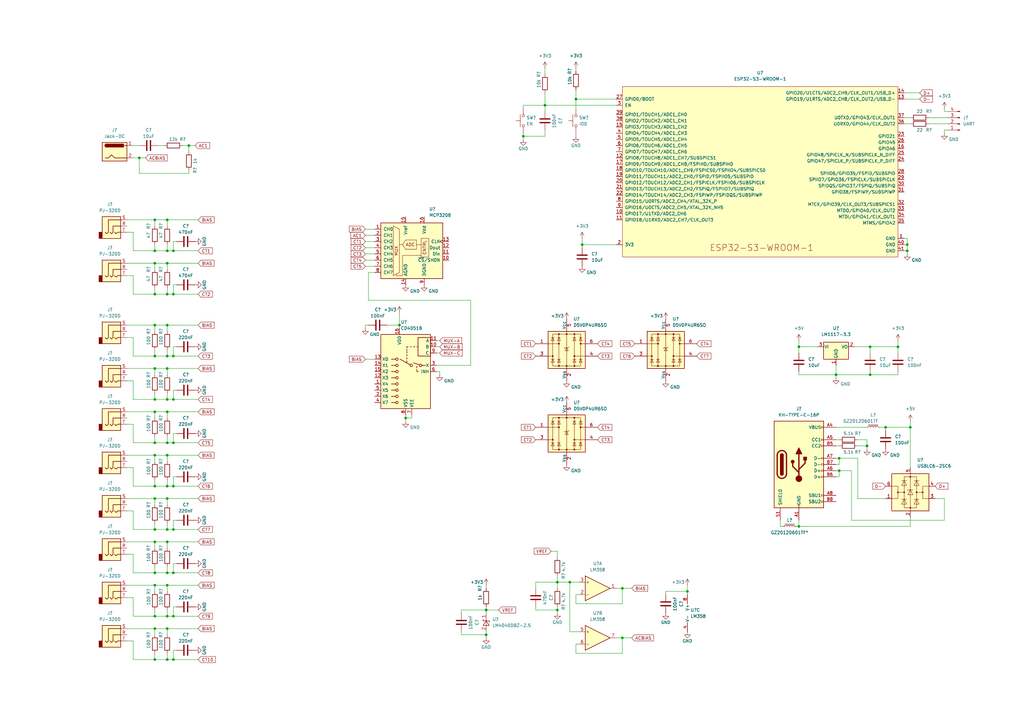
<source format=kicad_sch>
(kicad_sch (version 20211123) (generator eeschema)
  (paper "A3")
  (junction (at 344.17 193.04))
  (junction (at 255.27 241.3))
  (junction (at 68.58 234.95))
  (junction (at 68.58 222.25))
  (junction (at 63.5 186.69))
  (junction (at 63.5 217.17))
  (junction (at 63.5 181.61))
  (junction (at 163.83 133.35))
  (junction (at 63.5 270.51))
  (junction (at 236.22 40.64))
  (junction (at 214.63 55.88))
  (junction (at 327.66 215.9))
  (junction (at 68.58 199.39))
  (junction (at 327.66 142.24))
  (junction (at 372.11 102.87))
  (junction (at 71.12 217.17))
  (junction (at 233.68 238.76))
  (junction (at 63.5 151.13))
  (junction (at 373.38 175.26))
  (junction (at 68.58 240.03))
  (junction (at 68.58 181.61))
  (junction (at 68.58 186.69))
  (junction (at 71.12 163.83))
  (junction (at 342.9 153.67))
  (junction (at 166.37 171.45))
  (junction (at 199.39 250.19))
  (junction (at 223.52 43.18))
  (junction (at 71.12 270.51))
  (junction (at 63.5 163.83))
  (junction (at 68.58 151.13))
  (junction (at 344.17 187.96))
  (junction (at 363.22 175.26))
  (junction (at 68.58 217.17))
  (junction (at 63.5 90.17))
  (junction (at 63.5 146.05))
  (junction (at 68.58 107.95))
  (junction (at 199.39 260.35))
  (junction (at 63.5 222.25))
  (junction (at 71.12 199.39))
  (junction (at 63.5 252.73))
  (junction (at 63.5 133.35))
  (junction (at 68.58 204.47))
  (junction (at 63.5 204.47))
  (junction (at 77.47 59.69))
  (junction (at 356.87 142.24))
  (junction (at 63.5 199.39))
  (junction (at 71.12 146.05))
  (junction (at 68.58 270.51))
  (junction (at 71.12 181.61))
  (junction (at 68.58 120.65))
  (junction (at 71.12 252.73))
  (junction (at 68.58 252.73))
  (junction (at 281.94 242.57))
  (junction (at 372.11 100.33))
  (junction (at 68.58 163.83))
  (junction (at 368.3 142.24))
  (junction (at 68.58 102.87))
  (junction (at 63.5 102.87))
  (junction (at 63.5 257.81))
  (junction (at 228.6 250.19))
  (junction (at 355.6 182.88))
  (junction (at 68.58 257.81))
  (junction (at 68.58 133.35))
  (junction (at 356.87 153.67))
  (junction (at 68.58 90.17))
  (junction (at 68.58 168.91))
  (junction (at 71.12 234.95))
  (junction (at 63.5 240.03))
  (junction (at 57.15 64.77))
  (junction (at 68.58 146.05))
  (junction (at 228.6 238.76))
  (junction (at 71.12 120.65))
  (junction (at 255.27 261.62))
  (junction (at 63.5 107.95))
  (junction (at 63.5 234.95))
  (junction (at 63.5 168.91))
  (junction (at 71.12 102.87))
  (junction (at 238.76 100.33))
  (junction (at 63.5 120.65))
  (wire (pts (xy 238.76 100.33) (xy 252.73 100.33)))
  (wire (pts (xy 237.49 238.76) (xy 233.68 238.76)))
  (wire (pts (xy 52.07 113.03) (xy 54.61 113.03)))
  (wire (pts (xy 52.07 262.89) (xy 54.61 262.89)))
  (wire (pts (xy 166.37 171.45) (xy 168.91 171.45)))
  (wire (pts (xy 63.5 118.11) (xy 63.5 120.65)))
  (wire (pts (xy 68.58 252.73) (xy 71.12 252.73)))
  (wire (pts (xy 54.61 138.43) (xy 54.61 146.05)))
  (wire (pts (xy 72.39 142.24) (xy 71.12 142.24)))
  (wire (pts (xy 228.6 226.06) (xy 228.6 228.6)))
  (wire (pts (xy 236.22 40.64) (xy 236.22 44.45)))
  (wire (pts (xy 255.27 261.62) (xy 259.08 261.62)))
  (wire (pts (xy 236.22 36.83) (xy 236.22 40.64)))
  (wire (pts (xy 54.61 181.61) (xy 63.5 181.61)))
  (wire (pts (xy 52.07 186.69) (xy 63.5 186.69)))
  (wire (pts (xy 281.94 242.57) (xy 281.94 243.84)))
  (wire (pts (xy 54.61 102.87) (xy 63.5 102.87)))
  (wire (pts (xy 72.39 195.58) (xy 71.12 195.58)))
  (wire (pts (xy 158.75 133.35) (xy 163.83 133.35)))
  (wire (pts (xy 68.58 146.05) (xy 71.12 146.05)))
  (wire (pts (xy 335.28 142.24) (xy 327.66 142.24)))
  (wire (pts (xy 68.58 120.65) (xy 68.58 118.11)))
  (wire (pts (xy 151.13 111.76) (xy 151.13 123.19)))
  (wire (pts (xy 63.5 270.51) (xy 68.58 270.51)))
  (wire (pts (xy 68.58 146.05) (xy 68.58 143.51)))
  (wire (pts (xy 370.84 100.33) (xy 372.11 100.33)))
  (wire (pts (xy 342.9 182.88) (xy 344.17 182.88)))
  (wire (pts (xy 63.5 252.73) (xy 68.58 252.73)))
  (wire (pts (xy 189.23 260.35) (xy 199.39 260.35)))
  (wire (pts (xy 54.61 156.21) (xy 54.61 163.83)))
  (wire (pts (xy 351.79 204.47) (xy 363.22 204.47)))
  (wire (pts (xy 72.39 116.84) (xy 71.12 116.84)))
  (wire (pts (xy 68.58 163.83) (xy 68.58 161.29)))
  (wire (pts (xy 63.5 151.13) (xy 68.58 151.13)))
  (wire (pts (xy 63.5 161.29) (xy 63.5 163.83)))
  (wire (pts (xy 77.47 71.12) (xy 57.15 71.12)))
  (wire (pts (xy 149.86 96.52) (xy 153.67 96.52)))
  (wire (pts (xy 63.5 107.95) (xy 68.58 107.95)))
  (wire (pts (xy 219.71 250.19) (xy 228.6 250.19)))
  (wire (pts (xy 237.49 264.16) (xy 236.22 264.16)))
  (wire (pts (xy 349.25 193.04) (xy 344.17 193.04)))
  (wire (pts (xy 151.13 123.19) (xy 193.04 123.19)))
  (wire (pts (xy 236.22 264.16) (xy 236.22 267.97)))
  (wire (pts (xy 71.12 102.87) (xy 81.28 102.87)))
  (wire (pts (xy 63.5 234.95) (xy 68.58 234.95)))
  (wire (pts (xy 68.58 204.47) (xy 68.58 207.01)))
  (wire (pts (xy 368.3 139.7) (xy 368.3 142.24)))
  (wire (pts (xy 199.39 261.62) (xy 199.39 260.35)))
  (wire (pts (xy 179.07 152.4) (xy 180.34 152.4)))
  (wire (pts (xy 179.07 142.24) (xy 180.34 142.24)))
  (wire (pts (xy 238.76 100.33) (xy 238.76 101.6)))
  (wire (pts (xy 72.39 266.7) (xy 71.12 266.7)))
  (wire (pts (xy 63.5 232.41) (xy 63.5 234.95)))
  (wire (pts (xy 54.61 199.39) (xy 63.5 199.39)))
  (wire (pts (xy 368.3 142.24) (xy 368.3 144.78)))
  (wire (pts (xy 199.39 240.03) (xy 199.39 241.3)))
  (wire (pts (xy 63.5 222.25) (xy 63.5 224.79)))
  (wire (pts (xy 373.38 215.9) (xy 373.38 212.09)))
  (wire (pts (xy 68.58 168.91) (xy 68.58 171.45)))
  (wire (pts (xy 236.22 40.64) (xy 252.73 40.64)))
  (wire (pts (xy 71.12 217.17) (xy 81.28 217.17)))
  (wire (pts (xy 68.58 102.87) (xy 68.58 100.33)))
  (wire (pts (xy 63.5 151.13) (xy 63.5 153.67)))
  (wire (pts (xy 63.5 102.87) (xy 68.58 102.87)))
  (wire (pts (xy 52.07 133.35) (xy 63.5 133.35)))
  (wire (pts (xy 54.61 191.77) (xy 54.61 199.39)))
  (wire (pts (xy 68.58 168.91) (xy 81.28 168.91)))
  (wire (pts (xy 68.58 181.61) (xy 68.58 179.07)))
  (wire (pts (xy 52.07 204.47) (xy 63.5 204.47)))
  (wire (pts (xy 342.9 180.34) (xy 344.17 180.34)))
  (wire (pts (xy 377.19 38.1) (xy 370.84 38.1)))
  (wire (pts (xy 52.07 107.95) (xy 63.5 107.95)))
  (wire (pts (xy 63.5 199.39) (xy 68.58 199.39)))
  (wire (pts (xy 151.13 133.35) (xy 149.86 133.35)))
  (wire (pts (xy 63.5 168.91) (xy 68.58 168.91)))
  (wire (pts (xy 236.22 27.94) (xy 236.22 29.21)))
  (wire (pts (xy 68.58 181.61) (xy 71.12 181.61)))
  (wire (pts (xy 68.58 252.73) (xy 68.58 250.19)))
  (wire (pts (xy 223.52 38.1) (xy 223.52 43.18)))
  (wire (pts (xy 149.86 99.06) (xy 153.67 99.06)))
  (wire (pts (xy 363.22 175.26) (xy 363.22 176.53)))
  (wire (pts (xy 370.84 102.87) (xy 372.11 102.87)))
  (wire (pts (xy 373.38 175.26) (xy 373.38 191.77)))
  (wire (pts (xy 71.12 181.61) (xy 81.28 181.61)))
  (wire (pts (xy 72.39 99.06) (xy 71.12 99.06)))
  (wire (pts (xy 72.39 231.14) (xy 71.12 231.14)))
  (wire (pts (xy 344.17 190.5) (xy 344.17 187.96)))
  (wire (pts (xy 63.5 267.97) (xy 63.5 270.51)))
  (wire (pts (xy 71.12 270.51) (xy 81.28 270.51)))
  (wire (pts (xy 327.66 215.9) (xy 373.38 215.9)))
  (wire (pts (xy 68.58 217.17) (xy 71.12 217.17)))
  (wire (pts (xy 163.83 133.35) (xy 163.83 134.62)))
  (wire (pts (xy 72.39 213.36) (xy 71.12 213.36)))
  (wire (pts (xy 373.38 48.26) (xy 370.84 48.26)))
  (wire (pts (xy 381 48.26) (xy 388.62 48.26)))
  (wire (pts (xy 54.61 173.99) (xy 54.61 181.61)))
  (wire (pts (xy 52.07 95.25) (xy 54.61 95.25)))
  (wire (pts (xy 68.58 90.17) (xy 81.28 90.17)))
  (wire (pts (xy 68.58 217.17) (xy 68.58 214.63)))
  (wire (pts (xy 149.86 133.35) (xy 149.86 134.62)))
  (wire (pts (xy 52.07 138.43) (xy 54.61 138.43)))
  (wire (pts (xy 342.9 153.67) (xy 356.87 153.67)))
  (wire (pts (xy 255.27 247.65) (xy 236.22 247.65)))
  (wire (pts (xy 255.27 241.3) (xy 255.27 247.65)))
  (wire (pts (xy 68.58 133.35) (xy 68.58 135.89)))
  (wire (pts (xy 68.58 270.51) (xy 68.58 267.97)))
  (wire (pts (xy 54.61 227.33) (xy 54.61 234.95)))
  (wire (pts (xy 228.6 238.76) (xy 228.6 236.22)))
  (wire (pts (xy 71.12 195.58) (xy 71.12 199.39)))
  (wire (pts (xy 72.39 177.8) (xy 71.12 177.8)))
  (wire (pts (xy 373.38 172.72) (xy 373.38 175.26)))
  (wire (pts (xy 214.63 55.88) (xy 214.63 54.61)))
  (wire (pts (xy 153.67 111.76) (xy 151.13 111.76)))
  (wire (pts (xy 149.86 147.32) (xy 153.67 147.32)))
  (wire (pts (xy 54.61 209.55) (xy 54.61 217.17)))
  (wire (pts (xy 63.5 90.17) (xy 68.58 90.17)))
  (wire (pts (xy 77.47 59.69) (xy 77.47 62.23)))
  (wire (pts (xy 63.5 217.17) (xy 68.58 217.17)))
  (wire (pts (xy 199.39 260.35) (xy 199.39 259.08)))
  (wire (pts (xy 236.22 243.84) (xy 237.49 243.84)))
  (wire (pts (xy 63.5 257.81) (xy 63.5 260.35)))
  (wire (pts (xy 52.07 222.25) (xy 63.5 222.25)))
  (wire (pts (xy 63.5 250.19) (xy 63.5 252.73)))
  (wire (pts (xy 273.05 242.57) (xy 281.94 242.57)))
  (wire (pts (xy 54.61 163.83) (xy 63.5 163.83)))
  (wire (pts (xy 228.6 250.19) (xy 228.6 248.92)))
  (wire (pts (xy 72.39 248.92) (xy 71.12 248.92)))
  (wire (pts (xy 342.9 187.96) (xy 344.17 187.96)))
  (wire (pts (xy 327.66 153.67) (xy 342.9 153.67)))
  (wire (pts (xy 372.11 100.33) (xy 372.11 102.87)))
  (wire (pts (xy 52.07 90.17) (xy 63.5 90.17)))
  (wire (pts (xy 168.91 170.18) (xy 168.91 171.45)))
  (wire (pts (xy 350.52 142.24) (xy 356.87 142.24)))
  (wire (pts (xy 71.12 142.24) (xy 71.12 146.05)))
  (wire (pts (xy 166.37 171.45) (xy 166.37 172.72)))
  (wire (pts (xy 68.58 90.17) (xy 68.58 92.71)))
  (wire (pts (xy 370.84 97.79) (xy 372.11 97.79)))
  (wire (pts (xy 54.61 113.03) (xy 54.61 120.65)))
  (wire (pts (xy 327.66 142.24) (xy 327.66 144.78)))
  (wire (pts (xy 342.9 153.67) (xy 342.9 149.86)))
  (wire (pts (xy 52.07 209.55) (xy 54.61 209.55)))
  (wire (pts (xy 252.73 261.62) (xy 255.27 261.62)))
  (wire (pts (xy 63.5 133.35) (xy 63.5 135.89)))
  (wire (pts (xy 68.58 186.69) (xy 68.58 189.23)))
  (wire (pts (xy 63.5 204.47) (xy 68.58 204.47)))
  (wire (pts (xy 236.22 55.88) (xy 236.22 54.61)))
  (wire (pts (xy 54.61 234.95) (xy 63.5 234.95)))
  (wire (pts (xy 237.49 259.08) (xy 233.68 259.08)))
  (wire (pts (xy 68.58 234.95) (xy 71.12 234.95)))
  (wire (pts (xy 71.12 177.8) (xy 71.12 181.61)))
  (wire (pts (xy 68.58 133.35) (xy 81.28 133.35)))
  (wire (pts (xy 63.5 100.33) (xy 63.5 102.87)))
  (wire (pts (xy 52.07 240.03) (xy 63.5 240.03)))
  (wire (pts (xy 77.47 69.85) (xy 77.47 71.12)))
  (wire (pts (xy 189.23 251.46) (xy 189.23 250.19)))
  (wire (pts (xy 255.27 267.97) (xy 255.27 261.62)))
  (wire (pts (xy 57.15 64.77) (xy 54.61 64.77)))
  (wire (pts (xy 68.58 199.39) (xy 68.58 196.85)))
  (wire (pts (xy 326.39 215.9) (xy 327.66 215.9)))
  (wire (pts (xy 238.76 100.33) (xy 238.76 97.79)))
  (wire (pts (xy 59.69 64.77) (xy 57.15 64.77)))
  (wire (pts (xy 219.71 248.92) (xy 219.71 250.19)))
  (wire (pts (xy 320.04 213.36) (xy 320.04 215.9)))
  (wire (pts (xy 68.58 234.95) (xy 68.58 232.41)))
  (wire (pts (xy 63.5 186.69) (xy 63.5 189.23)))
  (wire (pts (xy 54.61 146.05) (xy 63.5 146.05)))
  (wire (pts (xy 68.58 270.51) (xy 71.12 270.51)))
  (wire (pts (xy 149.86 109.22) (xy 153.67 109.22)))
  (wire (pts (xy 236.22 247.65) (xy 236.22 243.84)))
  (wire (pts (xy 233.68 238.76) (xy 228.6 238.76)))
  (wire (pts (xy 68.58 257.81) (xy 81.28 257.81)))
  (wire (pts (xy 68.58 240.03) (xy 68.58 242.57)))
  (wire (pts (xy 149.86 93.98) (xy 153.67 93.98)))
  (wire (pts (xy 273.05 243.84) (xy 273.05 242.57)))
  (wire (pts (xy 372.11 102.87) (xy 372.11 104.14)))
  (wire (pts (xy 372.11 97.79) (xy 372.11 100.33)))
  (wire (pts (xy 179.07 144.78) (xy 180.34 144.78)))
  (wire (pts (xy 387.35 204.47) (xy 383.54 204.47)))
  (wire (pts (xy 223.52 53.34) (xy 223.52 55.88)))
  (wire (pts (xy 387.35 53.34) (xy 387.35 54.61)))
  (wire (pts (xy 228.6 238.76) (xy 228.6 241.3)))
  (wire (pts (xy 54.61 270.51) (xy 63.5 270.51)))
  (wire (pts (xy 52.07 227.33) (xy 54.61 227.33)))
  (wire (pts (xy 226.06 226.06) (xy 228.6 226.06)))
  (wire (pts (xy 219.71 238.76) (xy 228.6 238.76)))
  (wire (pts (xy 223.52 43.18) (xy 223.52 45.72)))
  (wire (pts (xy 349.25 213.36) (xy 387.35 213.36)))
  (wire (pts (xy 68.58 120.65) (xy 71.12 120.65)))
  (wire (pts (xy 68.58 240.03) (xy 81.28 240.03)))
  (wire (pts (xy 342.9 153.67) (xy 342.9 154.94)))
  (wire (pts (xy 63.5 186.69) (xy 68.58 186.69)))
  (wire (pts (xy 179.07 149.86) (xy 193.04 149.86)))
  (wire (pts (xy 68.58 199.39) (xy 71.12 199.39)))
  (wire (pts (xy 356.87 142.24) (xy 356.87 144.78)))
  (wire (pts (xy 68.58 107.95) (xy 81.28 107.95)))
  (wire (pts (xy 63.5 168.91) (xy 63.5 171.45)))
  (wire (pts (xy 52.07 151.13) (xy 63.5 151.13)))
  (wire (pts (xy 63.5 107.95) (xy 63.5 110.49)))
  (wire (pts (xy 63.5 143.51) (xy 63.5 146.05)))
  (wire (pts (xy 71.12 163.83) (xy 81.28 163.83)))
  (wire (pts (xy 351.79 187.96) (xy 351.79 204.47)))
  (wire (pts (xy 68.58 102.87) (xy 71.12 102.87)))
  (wire (pts (xy 77.47 59.69) (xy 80.01 59.69)))
  (wire (pts (xy 149.86 104.14) (xy 153.67 104.14)))
  (wire (pts (xy 355.6 182.88) (xy 355.6 184.15)))
  (wire (pts (xy 63.5 240.03) (xy 63.5 242.57)))
  (wire (pts (xy 71.12 213.36) (xy 71.12 217.17)))
  (wire (pts (xy 180.34 139.7) (xy 179.07 139.7)))
  (wire (pts (xy 255.27 241.3) (xy 259.08 241.3)))
  (wire (pts (xy 71.12 248.92) (xy 71.12 252.73)))
  (wire (pts (xy 68.58 186.69) (xy 81.28 186.69)))
  (wire (pts (xy 63.5 146.05) (xy 68.58 146.05)))
  (wire (pts (xy 327.66 152.4) (xy 327.66 153.67)))
  (wire (pts (xy 71.12 199.39) (xy 81.28 199.39)))
  (wire (pts (xy 199.39 250.19) (xy 204.47 250.19)))
  (wire (pts (xy 63.5 179.07) (xy 63.5 181.61)))
  (wire (pts (xy 387.35 213.36) (xy 387.35 204.47)))
  (wire (pts (xy 68.58 204.47) (xy 81.28 204.47)))
  (wire (pts (xy 356.87 152.4) (xy 356.87 153.67)))
  (wire (pts (xy 74.93 59.69) (xy 77.47 59.69)))
  (wire (pts (xy 71.12 160.02) (xy 71.12 163.83)))
  (wire (pts (xy 180.34 152.4) (xy 180.34 153.67)))
  (wire (pts (xy 68.58 222.25) (xy 68.58 224.79)))
  (wire (pts (xy 54.61 262.89) (xy 54.61 270.51)))
  (wire (pts (xy 368.3 152.4) (xy 368.3 153.67)))
  (wire (pts (xy 199.39 248.92) (xy 199.39 250.19)))
  (wire (pts (xy 67.31 59.69) (xy 64.77 59.69)))
  (wire (pts (xy 163.83 128.27) (xy 163.83 133.35)))
  (wire (pts (xy 52.07 257.81) (xy 63.5 257.81)))
  (wire (pts (xy 214.63 57.15) (xy 214.63 55.88)))
  (wire (pts (xy 223.52 55.88) (xy 214.63 55.88)))
  (wire (pts (xy 344.17 187.96) (xy 351.79 187.96)))
  (wire (pts (xy 223.52 27.94) (xy 223.52 30.48)))
  (wire (pts (xy 344.17 193.04) (xy 342.9 193.04)))
  (wire (pts (xy 388.62 53.34) (xy 387.35 53.34)))
  (wire (pts (xy 368.3 142.24) (xy 356.87 142.24)))
  (wire (pts (xy 63.5 133.35) (xy 68.58 133.35)))
  (wire (pts (xy 54.61 120.65) (xy 63.5 120.65)))
  (wire (pts (xy 71.12 266.7) (xy 71.12 270.51)))
  (wire (pts (xy 52.07 173.99) (xy 54.61 173.99)))
  (wire (pts (xy 381 50.8) (xy 388.62 50.8)))
  (wire (pts (xy 342.9 190.5) (xy 344.17 190.5)))
  (wire (pts (xy 351.79 182.88) (xy 355.6 182.88)))
  (wire (pts (xy 281.94 240.03) (xy 281.94 242.57)))
  (wire (pts (xy 71.12 252.73) (xy 81.28 252.73)))
  (wire (pts (xy 63.5 196.85) (xy 63.5 199.39)))
  (wire (pts (xy 71.12 120.65) (xy 81.28 120.65)))
  (wire (pts (xy 71.12 116.84) (xy 71.12 120.65)))
  (wire (pts (xy 63.5 163.83) (xy 68.58 163.83)))
  (wire (pts (xy 342.9 175.26) (xy 355.6 175.26)))
  (wire (pts (xy 63.5 222.25) (xy 68.58 222.25)))
  (wire (pts (xy 54.61 59.69) (xy 57.15 59.69)))
  (wire (pts (xy 193.04 123.19) (xy 193.04 149.86)))
  (wire (pts (xy 388.62 45.72) (xy 387.35 45.72)))
  (wire (pts (xy 54.61 252.73) (xy 63.5 252.73)))
  (wire (pts (xy 68.58 107.95) (xy 68.58 110.49)))
  (wire (pts (xy 57.15 71.12) (xy 57.15 64.77)))
  (wire (pts (xy 63.5 240.03) (xy 68.58 240.03)))
  (wire (pts (xy 63.5 90.17) (xy 63.5 92.71)))
  (wire (pts (xy 68.58 163.83) (xy 71.12 163.83)))
  (wire (pts (xy 236.22 267.97) (xy 255.27 267.97)))
  (wire (pts (xy 149.86 106.68) (xy 153.67 106.68)))
  (wire (pts (xy 377.19 40.64) (xy 370.84 40.64)))
  (wire (pts (xy 149.86 101.6) (xy 153.67 101.6)))
  (wire (pts (xy 349.25 213.36) (xy 349.25 193.04)))
  (wire (pts (xy 387.35 45.72) (xy 387.35 44.45)))
  (wire (pts (xy 54.61 245.11) (xy 54.61 252.73)))
  (wire (pts (xy 52.07 191.77) (xy 54.61 191.77)))
  (wire (pts (xy 68.58 151.13) (xy 81.28 151.13)))
  (wire (pts (xy 71.12 99.06) (xy 71.12 102.87)))
  (wire (pts (xy 355.6 180.34) (xy 355.6 182.88)))
  (wire (pts (xy 54.61 217.17) (xy 63.5 217.17)))
  (wire (pts (xy 54.61 95.25) (xy 54.61 102.87)))
  (wire (pts (xy 72.39 160.02) (xy 71.12 160.02)))
  (wire (pts (xy 370.84 50.8) (xy 373.38 50.8)))
  (wire (pts (xy 71.12 231.14) (xy 71.12 234.95)))
  (wire (pts (xy 68.58 257.81) (xy 68.58 260.35)))
  (wire (pts (xy 63.5 257.81) (xy 68.58 257.81)))
  (wire (pts (xy 228.6 251.46) (xy 228.6 250.19)))
  (wire (pts (xy 63.5 181.61) (xy 68.58 181.61)))
  (wire (pts (xy 71.12 146.05) (xy 81.28 146.05)))
  (wire (pts (xy 166.37 170.18) (xy 166.37 171.45)))
  (wire (pts (xy 68.58 222.25) (xy 81.28 222.25)))
  (wire (pts (xy 327.66 215.9) (xy 327.66 213.36)))
  (wire (pts (xy 199.39 250.19) (xy 199.39 251.46)))
  (wire (pts (xy 351.79 180.34) (xy 355.6 180.34)))
  (wire (pts (xy 63.5 214.63) (xy 63.5 217.17)))
  (wire (pts (xy 344.17 195.58) (xy 344.17 193.04)))
  (wire (pts (xy 360.68 175.26) (xy 363.22 175.26)))
  (wire (pts (xy 342.9 195.58) (xy 344.17 195.58)))
  (wire (pts (xy 327.66 139.7) (xy 327.66 142.24)))
  (wire (pts (xy 219.71 241.3) (xy 219.71 238.76)))
  (wire (pts (xy 63.5 120.65) (xy 68.58 120.65)))
  (wire (pts (xy 356.87 153.67) (xy 368.3 153.67)))
  (wire (pts (xy 189.23 250.19) (xy 199.39 250.19)))
  (wire (pts (xy 52.07 168.91) (xy 63.5 168.91)))
  (wire (pts (xy 214.63 44.45) (xy 214.63 43.18)))
  (wire (pts (xy 214.63 43.18) (xy 223.52 43.18)))
  (wire (pts (xy 52.07 245.11) (xy 54.61 245.11)))
  (wire (pts (xy 63.5 204.47) (xy 63.5 207.01)))
  (wire (pts (xy 223.52 43.18) (xy 252.73 43.18)))
  (wire (pts (xy 321.31 215.9) (xy 320.04 215.9)))
  (wire (pts (xy 189.23 259.08) (xy 189.23 260.35)))
  (wire (pts (xy 252.73 241.3) (xy 255.27 241.3)))
  (wire (pts (xy 233.68 238.76) (xy 233.68 259.08)))
  (wire (pts (xy 363.22 175.26) (xy 373.38 175.26)))
  (wire (pts (xy 52.07 156.21) (xy 54.61 156.21)))
  (wire (pts (xy 68.58 151.13) (xy 68.58 153.67)))
  (wire (pts (xy 71.12 234.95) (xy 81.28 234.95)))
  (global_label "VREF" (shape input) (at 226.06 226.06 180) (property "Intersheet References" "${INTERSHEET_REFS}" (effects hide)))
  (global_label "AC1" (shape input) (at 149.86 96.52 180) (property "Intersheet References" "${INTERSHEET_REFS}" (effects hide)))
  (global_label "BIAS" (shape input) (at 81.28 133.35 0) (property "Intersheet References" "${INTERSHEET_REFS}" (effects hide)))
  (global_label "MUX-A" (shape input) (at 180.34 139.7 0) (property "Intersheet References" "${INTERSHEET_REFS}" (effects hide)))
  (global_label "CT3" (shape input) (at 81.28 146.05 0) (property "Intersheet References" "${INTERSHEET_REFS}" (effects hide)))
  (global_label "CT6" (shape input) (at 260.35 146.05 180) (property "Intersheet References" "${INTERSHEET_REFS}" (effects hide)))
  (global_label "BIAS" (shape input) (at 81.28 240.03 0) (property "Intersheet References" "${INTERSHEET_REFS}" (effects hide)))
  (global_label "CT2" (shape input) (at 219.71 146.05 180) (property "Intersheet References" "${INTERSHEET_REFS}" (effects hide)))
  (global_label "CT1" (shape input) (at 219.71 140.97 180) (property "Intersheet References" "${INTERSHEET_REFS}" (effects hide)))
  (global_label "ACBIAS" (shape input) (at 59.69 64.77 0) (property "Intersheet References" "${INTERSHEET_REFS}" (effects hide)))
  (global_label "BIAS" (shape input) (at 81.28 107.95 0) (property "Intersheet References" "${INTERSHEET_REFS}" (effects hide)))
  (global_label "CT1" (shape input) (at 219.71 175.26 180) (property "Intersheet References" "${INTERSHEET_REFS}" (effects hide)))
  (global_label "AC1" (shape input) (at 80.01 59.69 0) (property "Intersheet References" "${INTERSHEET_REFS}" (effects hide)))
  (global_label "CT1" (shape input) (at 81.28 102.87 0) (property "Intersheet References" "${INTERSHEET_REFS}" (effects hide)))
  (global_label "D-" (shape input) (at 377.19 40.64 0) (property "Intersheet References" "${INTERSHEET_REFS}" (effects hide)))
  (global_label "D-" (shape input) (at 363.22 199.39 180) (property "Intersheet References" "${INTERSHEET_REFS}" (effects hide)))
  (global_label "MUX-B" (shape input) (at 180.34 142.24 0) (property "Intersheet References" "${INTERSHEET_REFS}" (effects hide)))
  (global_label "CT5" (shape input) (at 149.86 109.22 180) (property "Intersheet References" "${INTERSHEET_REFS}" (effects hide)))
  (global_label "CT4" (shape input) (at 245.11 140.97 0) (property "Intersheet References" "${INTERSHEET_REFS}" (effects hide)))
  (global_label "BIAS" (shape input) (at 149.86 93.98 180) (property "Intersheet References" "${INTERSHEET_REFS}" (effects hide)))
  (global_label "CT6" (shape input) (at 81.28 199.39 0) (property "Intersheet References" "${INTERSHEET_REFS}" (effects hide)))
  (global_label "BIAS" (shape input) (at 81.28 168.91 0) (property "Intersheet References" "${INTERSHEET_REFS}" (effects hide)))
  (global_label "BIAS" (shape input) (at 81.28 204.47 0) (property "Intersheet References" "${INTERSHEET_REFS}" (effects hide)))
  (global_label "CT1" (shape input) (at 149.86 99.06 180) (property "Intersheet References" "${INTERSHEET_REFS}" (effects hide)))
  (global_label "BIAS" (shape input) (at 81.28 186.69 0) (property "Intersheet References" "${INTERSHEET_REFS}" (effects hide)))
  (global_label "D+" (shape input) (at 383.54 199.39 0) (property "Intersheet References" "${INTERSHEET_REFS}" (effects hide)))
  (global_label "CT4" (shape input) (at 149.86 106.68 180) (property "Intersheet References" "${INTERSHEET_REFS}" (effects hide)))
  (global_label "VREF" (shape input) (at 204.47 250.19 0) (property "Intersheet References" "${INTERSHEET_REFS}" (effects hide)))
  (global_label "BIAS" (shape input) (at 149.86 147.32 180) (property "Intersheet References" "${INTERSHEET_REFS}" (effects hide)))
  (global_label "D+" (shape input) (at 377.19 38.1 0) (property "Intersheet References" "${INTERSHEET_REFS}" (effects hide)))
  (global_label "MUX-C" (shape input) (at 180.34 144.78 0) (property "Intersheet References" "${INTERSHEET_REFS}" (effects hide)))
  (global_label "ACBIAS" (shape input) (at 259.08 261.62 0) (property "Intersheet References" "${INTERSHEET_REFS}" (effects hide)))
  (global_label "CT3" (shape input) (at 245.11 146.05 0) (property "Intersheet References" "${INTERSHEET_REFS}" (effects hide)))
  (global_label "BIAS" (shape input) (at 81.28 257.81 0) (property "Intersheet References" "${INTERSHEET_REFS}" (effects hide)))
  (global_label "CT4" (shape input) (at 81.28 163.83 0) (property "Intersheet References" "${INTERSHEET_REFS}" (effects hide)))
  (global_label "BIAS" (shape input) (at 81.28 90.17 0) (property "Intersheet References" "${INTERSHEET_REFS}" (effects hide)))
  (global_label "CT4" (shape input) (at 285.75 140.97 0) (property "Intersheet References" "${INTERSHEET_REFS}" (effects hide)))
  (global_label "CT7" (shape input) (at 81.28 217.17 0) (property "Intersheet References" "${INTERSHEET_REFS}" (effects hide)))
  (global_label "CT8" (shape input) (at 81.28 234.95 0) (property "Intersheet References" "${INTERSHEET_REFS}" (effects hide)))
  (global_label "BIAS" (shape input) (at 81.28 151.13 0) (property "Intersheet References" "${INTERSHEET_REFS}" (effects hide)))
  (global_label "CT2" (shape input) (at 219.71 180.34 180) (property "Intersheet References" "${INTERSHEET_REFS}" (effects hide)))
  (global_label "CT4" (shape input) (at 245.11 175.26 0) (property "Intersheet References" "${INTERSHEET_REFS}" (effects hide)))
  (global_label "BIAS" (shape input) (at 81.28 222.25 0) (property "Intersheet References" "${INTERSHEET_REFS}" (effects hide)))
  (global_label "CT2" (shape input) (at 149.86 101.6 180) (property "Intersheet References" "${INTERSHEET_REFS}" (effects hide)))
  (global_label "CT5" (shape input) (at 81.28 181.61 0) (property "Intersheet References" "${INTERSHEET_REFS}" (effects hide)))
  (global_label "CT9" (shape input) (at 81.28 252.73 0) (property "Intersheet References" "${INTERSHEET_REFS}" (effects hide)))
  (global_label "CT7" (shape input) (at 285.75 146.05 0) (property "Intersheet References" "${INTERSHEET_REFS}" (effects hide)))
  (global_label "CT3" (shape input) (at 149.86 104.14 180) (property "Intersheet References" "${INTERSHEET_REFS}" (effects hide)))
  (global_label "CT10" (shape input) (at 81.28 270.51 0) (property "Intersheet References" "${INTERSHEET_REFS}" (effects hide)))
  (global_label "CT3" (shape input) (at 245.11 180.34 0) (property "Intersheet References" "${INTERSHEET_REFS}" (effects hide)))
  (global_label "CT2" (shape input) (at 81.28 120.65 0) (property "Intersheet References" "${INTERSHEET_REFS}" (effects hide)))
  (global_label "BIAS" (shape input) (at 259.08 241.3 0) (property "Intersheet References" "${INTERSHEET_REFS}" (effects hide)))
  (global_label "CT5" (shape input) (at 260.35 140.97 180) (property "Intersheet References" "${INTERSHEET_REFS}" (effects hide)))
  (symbol (lib_id "Device:R") (at 68.58 246.38 180) (unit 1)
    (property "Reference" "R?" (at 66.04 242.57 90))
    (property "Value" "100" (at 66.04 246.38 90))
    (property "Footprint" "Resistor_SMD:R_0603_1608Metric" (effects hide))
  )
  (symbol (lib_id "Device:R") (at 68.58 157.48 180) (unit 1)
    (property "Reference" "R?" (at 66.04 153.67 90))
    (property "Value" "100" (at 66.04 157.48 90))
    (property "Footprint" "Resistor_SMD:R_0603_1608Metric" (effects hide))
  )
  (symbol (lib_id "Device:R") (at 68.58 139.7 180) (unit 1)
    (property "Reference" "R?" (at 66.04 135.89 90))
    (property "Value" "100" (at 66.04 139.7 90))
    (property "Footprint" "Resistor_SMD:R_0603_1608Metric" (effects hide))
  )
  (symbol (lib_id "Power_Protection:USBLC6-2SC6") (at 373.38 201.93 0) (unit 1)
    (property "Reference" "U?" (at 376.1487 188.595 0) (effects (justify left)))
    (property "Value" "USBLC6-2SC6" (at 376.1487 191.135 0) (effects (justify left)))
    (property "Footprint" "Package_TO_SOT_SMD:SOT-23-6" (effects hide))
    (property "Datasheet" "https://www.st.com/resource/en/datasheet/usblc6-2.pdf" (effects hide))
  )
  (symbol (lib_id "Device:R") (at 71.12 59.69 90) (unit 1)
    (property "Reference" "R?" (at 74.93 57.15 90))
    (property "Value" "12k" (at 71.12 57.15 90))
    (property "Footprint" "Resistor_SMD:R_0603_1608Metric" (effects hide))
  )
  (symbol (lib_id "Device:R") (at 223.52 34.29 180) (unit 1)
    (property "Reference" "R?" (at 220.98 30.48 90))
    (property "Value" "10k" (at 220.98 34.29 90))
    (property "Footprint" "Resistor_SMD:R_0402_1005Metric" (effects hide))
  )
  (symbol (lib_id "Device:R") (at 377.19 48.26 90) (unit 1)
    (property "Reference" "R?" (at 381 45.72 90))
    (property "Value" "22" (at 377.19 45.72 90))
    (property "Footprint" "Resistor_SMD:R_0402_1005Metric" (effects hide))
  )
  (symbol (lib_id "power:+3V3") (at 273.05 130.81 0) (unit 1)
    (property "Reference" "#PWR?" (effects hide))
    (property "Value" "+3V3" (at 269.24 129.54 0))
  )
  (symbol (lib_id "Device:R") (at 63.5 175.26 180) (unit 1)
    (property "Reference" "R?" (at 60.96 171.45 90))
    (property "Value" "100" (at 60.96 175.26 90))
    (property "Footprint" "Resistor_SMD:R_0603_1608Metric" (effects hide))
  )
  (symbol (lib_id "Device:R") (at 63.5 193.04 180) (unit 1)
    (property "Reference" "R?" (at 60.96 189.23 90))
    (property "Value" "100" (at 60.96 193.04 90))
    (property "Footprint" "Resistor_SMD:R_0603_1608Metric" (effects hide))
  )
  (symbol (lib_id "Analog_Switch:CD4051B") (at 166.37 152.4 0) (mirror y) (unit 1)
    (property "Reference" "U?" (at 164.3506 132.08 0) (effects (justify right)))
    (property "Value" "CD4051B" (at 164.3506 134.62 0) (effects (justify right)))
    (property "Datasheet" "http://www.ti.com/lit/ds/symlink/cd4052b.pdf" (effects hide))
  )
  (symbol (lib_id "power:+3V3") (at 232.41 130.81 0) (unit 1)
    (property "Reference" "#PWR?" (effects hide))
    (property "Value" "+3V3" (at 228.6 129.54 0))
  )
  (symbol (lib_id "Device:R") (at 63.5 114.3 180) (unit 1)
    (property "Reference" "R?" (at 60.96 110.49 90))
    (property "Value" "47" (at 60.96 114.3 90))
    (property "Footprint" "Resistor_SMD:R_0603_1608Metric" (effects hide))
  )
  (symbol (lib_id "Device:R") (at 68.58 96.52 180) (unit 1)
    (property "Reference" "R?" (at 66.04 92.71 90))
    (property "Value" "47" (at 66.04 96.52 90))
    (property "Footprint" "Resistor_SMD:R_0603_1608Metric" (effects hide))
  )
  (symbol (lib_id "Analog_ADC:MCP3208") (at 168.91 101.6 0) (unit 1)
    (property "Reference" "U?" (at 176.0094 85.725 0) (effects (justify left)))
    (property "Value" "MCP3208" (at 176.0094 88.265 0) (effects (justify left)))
    (property "Datasheet" "http://ww1.microchip.com/downloads/en/DeviceDoc/21298c.pdf" (effects hide))
  )
  (symbol (lib_id "Switch:SW_Push") (at 214.63 49.53 90) (unit 1)
    (property "Reference" "SW?" (at 215.9 48.2599 90) (effects (justify right)))
    (property "Value" "EN" (at 215.9 50.7999 90) (effects (justify right)))
  )
  (symbol (lib_id "power:+3V3") (at 387.35 44.45 0) (unit 1)
    (property "Reference" "#PWR?" (effects hide))
    (property "Value" "+3V3" (at 387.35 39.37 0))
  )
  (symbol (lib_id "Connector:AudioJack3") (at 46.99 224.79 0) (unit 1)
    (property "Reference" "J?" (at 45.085 215.9 0))
    (property "Value" "PJ-320D" (at 45.085 218.44 0))
    (property "Footprint" "Connector_Audio:Jack_3.5mm_PJ320D_Horizontal" (effects hide))
  )
  (symbol (lib_id "Connector:AudioJack3") (at 46.99 242.57 0) (unit 1)
    (property "Reference" "J?" (at 45.085 233.68 0))
    (property "Value" "PJ-320D" (at 45.085 236.22 0))
    (property "Footprint" "Connector_Audio:Jack_3.5mm_PJ320D_Horizontal" (effects hide))
  )
  (symbol (lib_id "Device:R") (at 347.98 180.34 90) (unit 1)
    (property "Reference" "R?" (at 351.79 177.8 90))
    (property "Value" "5.1k" (at 347.98 177.8 90))
    (property "Footprint" "Resistor_SMD:R_0402_1005Metric" (effects hide))
  )
  (symbol (lib_id "Connector:AudioJack3") (at 46.99 110.49 0) (unit 1)
    (property "Reference" "J?" (at 45.085 101.6 0))
    (property "Value" "PJ-320D" (at 45.085 104.14 0))
    (property "Footprint" "Connector_Audio:Jack_3.5mm_PJ320D_Horizontal" (effects hide))
  )
  (symbol (lib_id "Device:R") (at 68.58 228.6 180) (unit 1)
    (property "Reference" "R?" (at 66.04 224.79 90))
    (property "Value" "100" (at 66.04 228.6 90))
    (property "Footprint" "Resistor_SMD:R_0603_1608Metric" (effects hide))
  )
  (symbol (lib_id "Device:C") (at 76.2 142.24 270) (unit 1)
    (property "Reference" "C?" (at 76.2 135.89 90))
    (property "Value" "220nF" (at 76.2 138.43 90))
    (property "Footprint" "Capacitor_SMD:C_0402_1005Metric" (effects hide))
  )
  (symbol (lib_id "Device:C") (at 223.52 49.53 180) (unit 1)
    (property "Reference" "C?" (at 229.87 49.53 90))
    (property "Value" "100nF" (at 227.33 49.53 90))
    (property "Footprint" "Capacitor_SMD:C_0402_1005Metric" (effects hide))
  )
  (symbol (lib_id "power:GND") (at 232.41 190.5 0) (unit 1)
    (property "Reference" "#PWR?" (effects hide))
    (property "Value" "GND" (at 236.22 193.04 0))
  )
  (symbol (lib_id "power:+5V") (at 373.38 172.72 0) (unit 1)
    (property "Reference" "#PWR?" (effects hide))
    (property "Value" "+5V" (at 373.38 167.64 0))
  )
  (symbol (lib_id "power:GND") (at 180.34 153.67 0) (unit 1)
    (property "Reference" "#PWR?" (effects hide))
    (property "Value" "GND" (at 184.15 156.21 0))
  )
  (symbol (lib_id "Device:R") (at 347.98 182.88 90) (mirror x) (unit 1)
    (property "Reference" "R?" (at 351.79 185.42 90))
    (property "Value" "5.1k" (at 347.98 185.42 90))
    (property "Footprint" "Resistor_SMD:R_0402_1005Metric" (effects hide))
  )
  (symbol (lib_id "Switch:SW_Push") (at 236.22 49.53 90) (unit 1)
    (property "Reference" "SW?" (at 237.49 48.2599 90) (effects (justify right)))
    (property "Value" "IO0" (at 237.49 50.7999 90) (effects (justify right)))
  )
  (symbol (lib_id "Device:C") (at 219.71 245.11 180) (unit 1)
    (property "Reference" "C?" (at 226.06 245.11 90))
    (property "Value" "470nF" (at 223.52 245.11 90))
    (property "Footprint" "Capacitor_SMD:C_0402_1005Metric" (effects hide))
  )
  (symbol (lib_id "Device:R") (at 77.47 66.04 0) (unit 1)
    (property "Reference" "R?" (at 80.01 69.85 90))
    (property "Value" "1k" (at 80.01 66.04 90))
    (property "Footprint" "Resistor_SMD:R_0603_1608Metric" (effects hide))
  )
  (symbol (lib_id "Power_Protection:D3V3XA4B10LP") (at 232.41 143.51 0) (unit 1)
    (property "Reference" "U?" (at 235.1787 130.81 0) (effects (justify left)))
    (property "Value" "D5V0P4UR6SO" (at 235.1787 133.35 0) (effects (justify left)))
    (property "Footprint" "Package_TO_SOT_SMD:TSOT-23-6" (effects hide))
    (property "Datasheet" "https://datasheet.lcsc.com/lcsc/2010311634_Diodes-Incorporated-D5V0P4UR6SO-7_C531179.pdf" (effects hide))
  )
  (symbol (lib_id "power:GND") (at 238.76 109.22 0) (unit 1)
    (property "Reference" "#PWR?" (effects hide))
    (property "Value" "GND" (at 242.57 111.76 0))
  )
  (symbol (lib_id "Device:C") (at 189.23 255.27 180) (unit 1)
    (property "Reference" "C?" (at 195.58 255.27 90))
    (property "Value" "100nF" (at 193.04 255.27 90))
    (property "Footprint" "Capacitor_SMD:C_0402_1005Metric" (effects hide))
  )
  (symbol (lib_id "Device:L_Ferrite_Small") (at 358.14 175.26 90) (unit 1)
    (property "Reference" "L?" (at 358.14 170.18 90))
    (property "Value" "GZ2012D601TF" (at 353.06 172.72 90))
    (property "Footprint" "Capacitor_SMD:C_0805_2012Metric" (effects hide))
  )
  (symbol (lib_id "Device:R") (at 68.58 193.04 180) (unit 1)
    (property "Reference" "R?" (at 66.04 189.23 90))
    (property "Value" "100" (at 66.04 193.04 90))
    (property "Footprint" "Resistor_SMD:R_0603_1608Metric" (effects hide))
  )
  (symbol (lib_id "power:GND") (at 80.01 213.36 90) (unit 1)
    (property "Reference" "#PWR?" (effects hide))
    (property "Value" "GND" (at 83.82 213.36 0))
  )
  (symbol (lib_id "power:GND") (at 372.11 104.14 0) (unit 1)
    (property "Reference" "#PWR?" (effects hide))
    (property "Value" "GND" (at 375.92 106.68 0))
  )
  (symbol (lib_id "Regulator_Linear:LM1117-3.3") (at 342.9 142.24 0) (unit 1)
    (property "Reference" "U?" (at 342.9 134.62 0))
    (property "Value" "LM1117-3.3" (at 342.9 137.16 0))
    (property "Footprint" "Package_TO_SOT_SMD:SOT-223-3_TabPin2" (effects hide))
    (property "Datasheet" "http://www.ti.com/lit/ds/symlink/lm1117.pdf" (effects hide))
  )
  (symbol (lib_id "Power_Protection:D3V3XA4B10LP") (at 273.05 143.51 0) (unit 1)
    (property "Reference" "U?" (at 275.8187 130.81 0) (effects (justify left)))
    (property "Value" "D5V0P4UR6SO" (at 275.8187 133.35 0) (effects (justify left)))
    (property "Footprint" "Package_TO_SOT_SMD:TSOT-23-6" (effects hide))
    (property "Datasheet" "https://datasheet.lcsc.com/lcsc/2010311634_Diodes-Incorporated-D5V0P4UR6SO-7_C531179.pdf" (effects hide))
  )
  (symbol (lib_id "Connector:AudioJack3") (at 46.99 207.01 0) (unit 1)
    (property "Reference" "J?" (at 45.085 198.12 0))
    (property "Value" "PJ-320D" (at 45.085 200.66 0))
    (property "Footprint" "Connector_Audio:Jack_3.5mm_PJ320D_Horizontal" (effects hide))
  )
  (symbol (lib_id "Device:C") (at 154.94 133.35 270) (unit 1)
    (property "Reference" "C?" (at 154.94 127 90))
    (property "Value" "100nF" (at 154.94 129.54 90))
    (property "Footprint" "Capacitor_SMD:C_0402_1005Metric" (effects hide))
  )
  (symbol (lib_id "Device:R") (at 228.6 245.11 0) (unit 1)
    (property "Reference" "R?" (at 231.14 248.92 90))
    (property "Value" "4.7k" (at 231.14 245.11 90))
    (property "Footprint" "Resistor_SMD:R_0402_1005Metric" (effects hide))
  )
  (symbol (lib_id "power:+3V3") (at 281.94 240.03 0) (unit 1)
    (property "Reference" "#PWR?" (effects hide))
    (property "Value" "+3V3" (at 278.13 238.76 0))
  )
  (symbol (lib_id "power:GND") (at 355.6 184.15 0) (unit 1)
    (property "Reference" "#PWR?" (effects hide))
    (property "Value" "GND" (at 359.41 186.69 0))
  )
  (symbol (lib_id "power:GND") (at 149.86 134.62 0) (unit 1)
    (property "Reference" "#PWR?" (effects hide))
    (property "Value" "GND" (at 153.67 137.16 0))
  )
  (symbol (lib_id "Device:R") (at 63.5 264.16 180) (unit 1)
    (property "Reference" "R?" (at 60.96 260.35 90))
    (property "Value" "100" (at 60.96 264.16 90))
    (property "Footprint" "Resistor_SMD:R_0603_1608Metric" (effects hide))
  )
  (symbol (lib_id "Device:R") (at 68.58 175.26 180) (unit 1)
    (property "Reference" "R?" (at 66.04 171.45 90))
    (property "Value" "100" (at 66.04 175.26 90))
    (property "Footprint" "Resistor_SMD:R_0603_1608Metric" (effects hide))
  )
  (symbol (lib_id "power:+3V3") (at 368.3 139.7 0) (unit 1)
    (property "Reference" "#PWR?" (effects hide))
    (property "Value" "+3V3" (at 368.3 134.62 0))
  )
  (symbol (lib_id "Device:R") (at 236.22 33.02 180) (unit 1)
    (property "Reference" "R?" (at 233.68 29.21 90))
    (property "Value" "10k" (at 233.68 33.02 90))
    (property "Footprint" "Resistor_SMD:R_0402_1005Metric" (effects hide))
  )
  (symbol (lib_id "Device:C") (at 76.2 231.14 270) (unit 1)
    (property "Reference" "C?" (at 76.2 224.79 90))
    (property "Value" "220nF" (at 76.2 227.33 90))
    (property "Footprint" "Capacitor_SMD:C_0402_1005Metric" (effects hide))
  )
  (symbol (lib_id "power:GND") (at 80.01 116.84 90) (unit 1)
    (property "Reference" "#PWR?" (effects hide))
    (property "Value" "GND" (at 83.82 116.84 0))
  )
  (symbol (lib_id "Device:R") (at 63.5 96.52 180) (unit 1)
    (property "Reference" "R?" (at 60.96 92.71 90))
    (property "Value" "47" (at 60.96 96.52 90))
    (property "Footprint" "Resistor_SMD:R_0603_1608Metric" (effects hide))
  )
  (symbol (lib_id "power:GND") (at 387.35 54.61 0) (unit 1)
    (property "Reference" "#PWR?" (effects hide))
    (property "Value" "GND" (at 391.16 57.15 0))
  )
  (symbol (lib_id "power:GND") (at 166.37 116.84 0) (unit 1)
    (property "Reference" "#PWR?" (effects hide))
    (property "Value" "GND" (at 170.18 119.38 0))
  )
  (symbol (lib_id "Connector:AudioJack3") (at 46.99 135.89 0) (unit 1)
    (property "Reference" "J?" (at 45.085 127 0))
    (property "Value" "PJ-320D" (at 45.085 129.54 0))
    (property "Footprint" "Connector_Audio:Jack_3.5mm_PJ320D_Horizontal" (effects hide))
  )
  (symbol (lib_id "power:+3V3") (at 232.41 165.1 0) (unit 1)
    (property "Reference" "#PWR?" (effects hide))
    (property "Value" "+3V3" (at 228.6 163.83 0))
  )
  (symbol (lib_id "Device:C") (at 76.2 99.06 270) (unit 1)
    (property "Reference" "C?" (at 76.2 92.71 90))
    (property "Value" "470nF" (at 76.2 95.25 90))
    (property "Footprint" "Capacitor_SMD:C_0402_1005Metric" (effects hide))
  )
  (symbol (lib_id "Device:C") (at 356.87 148.59 0) (unit 1)
    (property "Reference" "C?" (at 360.68 147.3199 0) (effects (justify left)))
    (property "Value" "10uF" (at 360.68 149.8599 0) (effects (justify left)))
    (property "Footprint" "Capacitor_SMD:C_0603_1608Metric" (effects hide))
  )
  (symbol (lib_id "Device:R") (at 63.5 228.6 180) (unit 1)
    (property "Reference" "R?" (at 60.96 224.79 90))
    (property "Value" "100" (at 60.96 228.6 90))
    (property "Footprint" "Resistor_SMD:R_0603_1608Metric" (effects hide))
  )
  (symbol (lib_id "Device:R") (at 199.39 245.11 180) (unit 1)
    (property "Reference" "R?" (at 196.85 241.3 90))
    (property "Value" "1k" (at 196.85 245.11 90))
    (property "Footprint" "Resistor_SMD:R_0402_1005Metric" (effects hide))
  )
  (symbol (lib_id "Amplifier_Operational:LM358") (at 245.11 241.3 0) (unit 1)
    (property "Reference" "U?" (at 245.11 231.14 0))
    (property "Value" "LM358" (at 245.11 233.68 0))
    (property "Datasheet" "http://www.ti.com/lit/ds/symlink/lm2904-n.pdf" (effects hide))
  )
  (symbol (lib_id "power:+3V3") (at 238.76 97.79 0) (unit 1)
    (property "Reference" "#PWR?" (effects hide))
    (property "Value" "+3V3" (at 238.76 92.71 0))
  )
  (symbol (lib_id "Device:C") (at 238.76 105.41 0) (unit 1)
    (property "Reference" "C?" (at 242.57 104.1399 0) (effects (justify left)))
    (property "Value" "10uF" (at 242.57 106.6799 0) (effects (justify left)))
    (property "Footprint" "Capacitor_SMD:C_0805_2012Metric" (effects hide))
  )
  (symbol (lib_id "Device:C") (at 273.05 247.65 180) (unit 1)
    (property "Reference" "C?" (at 279.4 247.65 90))
    (property "Value" "100nF" (at 276.86 247.65 90))
    (property "Footprint" "Capacitor_SMD:C_0402_1005Metric" (effects hide))
  )
  (symbol (lib_id "power:GND") (at 214.63 57.15 0) (unit 1)
    (property "Reference" "#PWR?" (effects hide))
    (property "Value" "GND" (at 214.63 60.96 0))
  )
  (symbol (lib_id "Connector:Jack-DC") (at 46.99 62.23 0) (unit 1)
    (property "Reference" "J?" (at 46.99 53.34 0))
    (property "Value" "Jack-DC" (at 46.99 55.88 0))
    (property "Footprint" "Connector_BarrelJack:BarrelJack_CLIFF_FC681465S_SMT_Horizontal" (effects hide))
  )
  (symbol (lib_id "Device:R") (at 63.5 246.38 180) (unit 1)
    (property "Reference" "R?" (at 60.96 242.57 90))
    (property "Value" "100" (at 60.96 246.38 90))
    (property "Footprint" "Resistor_SMD:R_0603_1608Metric" (effects hide))
  )
  (symbol (lib_id "power:GND") (at 273.05 251.46 0) (unit 1)
    (property "Reference" "#PWR?" (effects hide))
    (property "Value" "GND" (at 273.05 255.27 0))
  )
  (symbol (lib_id "Device:C") (at 327.66 148.59 0) (unit 1)
    (property "Reference" "C?" (at 331.47 147.3199 0) (effects (justify left)))
    (property "Value" "10uF" (at 331.47 149.8599 0) (effects (justify left)))
    (property "Footprint" "Capacitor_SMD:C_0603_1608Metric" (effects hide))
  )
  (symbol (lib_id "Device:R") (at 63.5 139.7 180) (unit 1)
    (property "Reference" "R?" (at 60.96 135.89 90))
    (property "Value" "100" (at 60.96 139.7 90))
    (property "Footprint" "Resistor_SMD:R_0603_1608Metric" (effects hide))
  )
  (symbol (lib_id "Power_Protection:D3V3XA4B10LP") (at 232.41 177.8 0) (unit 1)
    (property "Reference" "U?" (at 235.1787 165.1 0) (effects (justify left)))
    (property "Value" "D5V0P4UR6SO" (at 235.1787 167.64 0) (effects (justify left)))
    (property "Footprint" "Package_TO_SOT_SMD:TSOT-23-6" (effects hide))
    (property "Datasheet" "https://datasheet.lcsc.com/lcsc/2010311634_Diodes-Incorporated-D5V0P4UR6SO-7_C531179.pdf" (effects hide))
  )
  (symbol (lib_id "Device:R") (at 68.58 210.82 180) (unit 1)
    (property "Reference" "R?" (at 66.04 207.01 90))
    (property "Value" "100" (at 66.04 210.82 90))
    (property "Footprint" "Resistor_SMD:R_0603_1608Metric" (effects hide))
  )
  (symbol (lib_id "Device:C") (at 76.2 116.84 270) (unit 1)
    (property "Reference" "C?" (at 76.2 110.49 90))
    (property "Value" "470nF" (at 76.2 113.03 90))
    (property "Footprint" "Capacitor_SMD:C_0402_1005Metric" (effects hide))
  )
  (symbol (lib_id "Device:C") (at 76.2 160.02 270) (unit 1)
    (property "Reference" "C?" (at 76.2 153.67 90))
    (property "Value" "220nF" (at 76.2 156.21 90))
    (property "Footprint" "Capacitor_SMD:C_0402_1005Metric" (effects hide))
  )
  (symbol (lib_id "power:+3V3") (at 223.52 27.94 0) (unit 1)
    (property "Reference" "#PWR?" (effects hide))
    (property "Value" "+3V3" (at 223.52 22.86 0))
  )
  (symbol (lib_id "power:GND") (at 80.01 177.8 90) (unit 1)
    (property "Reference" "#PWR?" (effects hide))
    (property "Value" "GND" (at 83.82 177.8 0))
  )
  (symbol (lib_id "Device:C") (at 76.2 195.58 270) (unit 1)
    (property "Reference" "C?" (at 76.2 189.23 90))
    (property "Value" "220nF" (at 76.2 191.77 90))
    (property "Footprint" "Capacitor_SMD:C_0402_1005Metric" (effects hide))
  )
  (symbol (lib_id "power:GND") (at 173.99 116.84 0) (unit 1)
    (property "Reference" "#PWR?" (effects hide))
    (property "Value" "GND" (at 177.8 119.38 0))
  )
  (symbol (lib_id "Espressif:ESP32-S3-WROOM-1") (at 312.42 69.85 0) (unit 1)
    (property "Reference" "U?" (at 311.785 29.845 0))
    (property "Value" "ESP32-S3-WROOM-1" (at 311.785 32.385 0))
    (property "Footprint" "Espressif:ESP32-S3-WROOM-1" (effects hide))
    (property "Datasheet" "https://www.espressif.com/sites/default/files/documentation/esp32-s3-wroom-1_wroom-1u_datasheet_en.pdf" (effects hide))
  )
  (symbol (lib_id "Device:C") (at 368.3 148.59 0) (unit 1)
    (property "Reference" "C?" (at 372.11 147.3199 0) (effects (justify left)))
    (property "Value" "100nF" (at 372.11 149.8599 0) (effects (justify left)))
    (property "Footprint" "Capacitor_SMD:C_0402_1005Metric" (effects hide))
  )
  (symbol (lib_id "Device:C") (at 363.22 180.34 0) (unit 1)
    (property "Reference" "C?" (at 367.03 179.0699 0) (effects (justify left)))
    (property "Value" "100nF" (at 367.03 181.6099 0) (effects (justify left)))
    (property "Footprint" "Capacitor_SMD:C_0402_1005Metric" (effects hide))
  )
  (symbol (lib_id "Connector:USB_C_Receptacle_USB2.0") (at 327.66 190.5 0) (unit 1)
    (property "Reference" "J?" (at 327.66 167.64 0))
    (property "Value" "KH-TYPE-C-16P" (at 327.66 170.18 0))
    (property "Footprint" "KH-TYPE-C-16P" (effects hide))
    (property "Datasheet" "https://www.usb.org/sites/default/files/documents/usb_type-c.zip" (effects hide))
    (property "JLC" "C709357" (effects hide))
  )
  (symbol (lib_id "power:GND") (at 228.6 251.46 0) (unit 1)
    (property "Reference" "#PWR?" (effects hide))
    (property "Value" "GND" (at 228.6 255.27 0))
  )
  (symbol (lib_id "power:GND") (at 80.01 99.06 90) (unit 1)
    (property "Reference" "#PWR?" (effects hide))
    (property "Value" "GND" (at 83.82 99.06 0))
  )
  (symbol (lib_id "power:GND") (at 80.01 195.58 90) (unit 1)
    (property "Reference" "#PWR?" (effects hide))
    (property "Value" "GND" (at 83.82 195.58 0))
  )
  (symbol (lib_id "power:GND") (at 232.41 156.21 0) (unit 1)
    (property "Reference" "#PWR?" (effects hide))
    (property "Value" "GND" (at 236.22 158.75 0))
  )
  (symbol (lib_id "power:GND") (at 236.22 55.88 0) (unit 1)
    (property "Reference" "#PWR?" (effects hide))
    (property "Value" "GND" (at 236.22 59.69 0))
  )
  (symbol (lib_id "Connector:Conn_01x04_Male") (at 393.7 50.8 180) (unit 1)
    (property "Reference" "J?" (at 394.97 48.2599 0) (effects (justify right)))
    (property "Value" "UART" (at 394.97 50.7999 0) (effects (justify right)))
  )
  (symbol (lib_id "Device:R") (at 63.5 157.48 180) (unit 1)
    (property "Reference" "R?" (at 60.96 153.67 90))
    (property "Value" "100" (at 60.96 157.48 90))
    (property "Footprint" "Resistor_SMD:R_0603_1608Metric" (effects hide))
  )
  (symbol (lib_id "power:GND") (at 273.05 156.21 0) (unit 1)
    (property "Reference" "#PWR?" (effects hide))
    (property "Value" "GND" (at 276.86 158.75 0))
  )
  (symbol (lib_id "power:GND") (at 199.39 261.62 0) (unit 1)
    (property "Reference" "#PWR?" (effects hide))
    (property "Value" "GND" (at 199.39 265.43 0))
  )
  (symbol (lib_id "Reference_Voltage:LM4040DBZ-4.1") (at 199.39 255.27 90) (unit 1)
    (property "Reference" "U?" (at 201.93 253.9999 90) (effects (justify right)))
    (property "Value" "LM4040DBZ-2.5" (at 201.93 256.5399 90) (effects (justify right)))
    (property "Footprint" "Package_TO_SOT_SMD:SOT-23" (effects hide))
    (property "Datasheet" "http://www.ti.com/lit/ds/symlink/lm4040-n.pdf" (effects hide))
    (property "JLC" "C202194" (effects hide))
  )
  (symbol (lib_id "power:GND") (at 363.22 184.15 0) (unit 1)
    (property "Reference" "#PWR?" (effects hide))
    (property "Value" "GND" (at 367.03 186.69 0))
  )
  (symbol (lib_id "power:GND") (at 80.01 248.92 90) (unit 1)
    (property "Reference" "#PWR?" (effects hide))
    (property "Value" "GND" (at 83.82 248.92 0))
  )
  (symbol (lib_id "Device:R") (at 68.58 114.3 180) (unit 1)
    (property "Reference" "R?" (at 66.04 110.49 90))
    (property "Value" "47" (at 66.04 114.3 90))
    (property "Footprint" "Resistor_SMD:R_0603_1608Metric" (effects hide))
  )
  (symbol (lib_id "Device:R") (at 377.19 50.8 90) (mirror x) (unit 1)
    (property "Reference" "R?" (at 381 53.34 90))
    (property "Value" "22" (at 377.19 53.34 90))
    (property "Footprint" "Resistor_SMD:R_0402_1005Metric" (effects hide))
  )
  (symbol (lib_id "Connector:AudioJack3") (at 46.99 189.23 0) (unit 1)
    (property "Reference" "J?" (at 45.085 180.34 0))
    (property "Value" "PJ-320D" (at 45.085 182.88 0))
    (property "Footprint" "Connector_Audio:Jack_3.5mm_PJ320D_Horizontal" (effects hide))
  )
  (symbol (lib_id "Device:C") (at 76.2 213.36 270) (unit 1)
    (property "Reference" "C?" (at 76.2 207.01 90))
    (property "Value" "220nF" (at 76.2 209.55 90))
    (property "Footprint" "Capacitor_SMD:C_0402_1005Metric" (effects hide))
  )
  (symbol (lib_id "Device:L_Ferrite_Small") (at 323.85 215.9 90) (unit 1) (in_bom no)
    (property "Reference" "L?" (at 323.85 213.36 90))
    (property "Value" "GZ2012D601TF*" (at 323.85 218.44 90))
    (property "Footprint" "Capacitor_SMD:C_0805_2012Metric" (effects hide))
  )
  (symbol (lib_id "Connector:AudioJack3") (at 46.99 153.67 0) (unit 1)
    (property "Reference" "J?" (at 45.085 144.78 0))
    (property "Value" "PJ-320D" (at 45.085 147.32 0))
    (property "Footprint" "Connector_Audio:Jack_3.5mm_PJ320D_Horizontal" (effects hide))
  )
  (symbol (lib_id "Device:C") (at 76.2 248.92 270) (unit 1)
    (property "Reference" "C?" (at 76.2 242.57 90))
    (property "Value" "220nF" (at 76.2 245.11 90))
    (property "Footprint" "Capacitor_SMD:C_0402_1005Metric" (effects hide))
  )
  (symbol (lib_id "Device:C") (at 76.2 266.7 270) (unit 1)
    (property "Reference" "C?" (at 76.2 260.35 90))
    (property "Value" "220nF" (at 76.2 262.89 90))
    (property "Footprint" "Capacitor_SMD:C_0402_1005Metric" (effects hide))
  )
  (symbol (lib_id "power:GND") (at 80.01 231.14 90) (unit 1)
    (property "Reference" "#PWR?" (effects hide))
    (property "Value" "GND" (at 83.82 231.14 0))
  )
  (symbol (lib_id "Amplifier_Operational:LM358") (at 284.48 251.46 0) (unit 3)
    (property "Reference" "U?" (at 283.21 250.1899 0) (effects (justify left)))
    (property "Value" "LM358" (at 283.21 252.7299 0) (effects (justify left)))
    (property "Datasheet" "http://www.ti.com/lit/ds/symlink/lm2904-n.pdf" (effects hide))
  )
  (symbol (lib_id "Device:R") (at 228.6 232.41 0) (unit 1)
    (property "Reference" "R?" (at 231.14 236.22 90))
    (property "Value" "4.7k" (at 231.14 232.41 90))
    (property "Footprint" "Resistor_SMD:R_0402_1005Metric" (effects hide))
  )
  (symbol (lib_id "power:GND") (at 80.01 160.02 90) (unit 1)
    (property "Reference" "#PWR?" (effects hide))
    (property "Value" "GND" (at 83.82 160.02 0))
  )
  (symbol (lib_id "Connector:AudioJack3") (at 46.99 92.71 0) (unit 1)
    (property "Reference" "J?" (at 45.085 83.82 0))
    (property "Value" "PJ-320D" (at 45.085 86.36 0))
    (property "Footprint" "Connector_Audio:Jack_3.5mm_PJ320D_Horizontal" (effects hide))
  )
  (symbol (lib_id "power:+3V3") (at 236.22 27.94 0) (unit 1)
    (property "Reference" "#PWR?" (effects hide))
    (property "Value" "+3V3" (at 236.22 22.86 0))
  )
  (symbol (lib_id "Device:R") (at 63.5 210.82 180) (unit 1)
    (property "Reference" "R?" (at 60.96 207.01 90))
    (property "Value" "100" (at 60.96 210.82 90))
    (property "Footprint" "Resistor_SMD:R_0603_1608Metric" (effects hide))
  )
  (symbol (lib_id "power:GND") (at 80.01 142.24 90) (unit 1)
    (property "Reference" "#PWR?" (effects hide))
    (property "Value" "GND" (at 83.82 142.24 0))
  )
  (symbol (lib_id "power:GND") (at 166.37 172.72 0) (unit 1)
    (property "Reference" "#PWR?" (effects hide))
    (property "Value" "GND" (at 170.18 175.26 0))
  )
  (symbol (lib_id "power:+5V") (at 327.66 139.7 0) (unit 1)
    (property "Reference" "#PWR?" (effects hide))
    (property "Value" "+5V" (at 327.66 134.62 0))
  )
  (symbol (lib_id "Device:C") (at 76.2 177.8 270) (unit 1)
    (property "Reference" "C?" (at 76.2 171.45 90))
    (property "Value" "220nF" (at 76.2 173.99 90))
    (property "Footprint" "Capacitor_SMD:C_0402_1005Metric" (effects hide))
  )
  (symbol (lib_id "Connector:AudioJack3") (at 46.99 171.45 0) (unit 1)
    (property "Reference" "J?" (at 45.085 162.56 0))
    (property "Value" "PJ-320D" (at 45.085 165.1 0))
    (property "Footprint" "Connector_Audio:Jack_3.5mm_PJ320D_Horizontal" (effects hide))
  )
  (symbol (lib_id "power:+3V3") (at 163.83 128.27 0) (unit 1)
    (property "Reference" "#PWR?" (effects hide))
    (property "Value" "+3V3" (at 160.02 127 0))
  )
  (symbol (lib_id "Connector:AudioJack3") (at 46.99 260.35 0) (unit 1)
    (property "Reference" "J?" (at 45.085 251.46 0))
    (property "Value" "PJ-320D" (at 45.085 254 0))
    (property "Footprint" "Connector_Audio:Jack_3.5mm_PJ320D_Horizontal" (effects hide))
  )
  (symbol (lib_id "Device:R") (at 68.58 264.16 180) (unit 1)
    (property "Reference" "R?" (at 66.04 260.35 90))
    (property "Value" "100" (at 66.04 264.16 90))
    (property "Footprint" "Resistor_SMD:R_0603_1608Metric" (effects hide))
  )
  (symbol (lib_id "Device:C") (at 60.96 59.69 270) (unit 1)
    (property "Reference" "C?" (at 60.96 53.34 90))
    (property "Value" "10uF" (at 60.96 55.88 90))
    (property "Footprint" "Capacitor_SMD:C_0603_1608Metric" (effects hide))
  )
  (symbol (lib_id "power:GND") (at 342.9 154.94 0) (unit 1)
    (property "Reference" "#PWR?" (effects hide))
    (property "Value" "GND" (at 346.71 157.48 0))
  )
  (symbol (lib_id "Amplifier_Operational:LM358") (at 245.11 261.62 0) (unit 2)
    (property "Reference" "U?" (at 245.11 251.46 0))
    (property "Value" "LM358" (at 245.11 254 0))
    (property "Datasheet" "http://www.ti.com/lit/ds/symlink/lm2904-n.pdf" (effects hide))
  )
  (symbol (lib_id "power:GND") (at 80.01 266.7 90) (unit 1)
    (property "Reference" "#PWR?" (effects hide))
    (property "Value" "GND" (at 83.82 266.7 0))
  )
  (symbol (lib_id "power:+3V3") (at 199.39 240.03 0) (unit 1)
    (property "Reference" "#PWR?" (effects hide))
    (property "Value" "+3V3" (at 195.58 238.76 0))
  )
  (symbol (lib_id "power:GND") (at 281.94 259.08 0) (unit 1)
    (property "Reference" "#PWR?" (effects hide))
    (property "Value" "GND" (at 281.94 262.89 0))
  )
)
</source>
